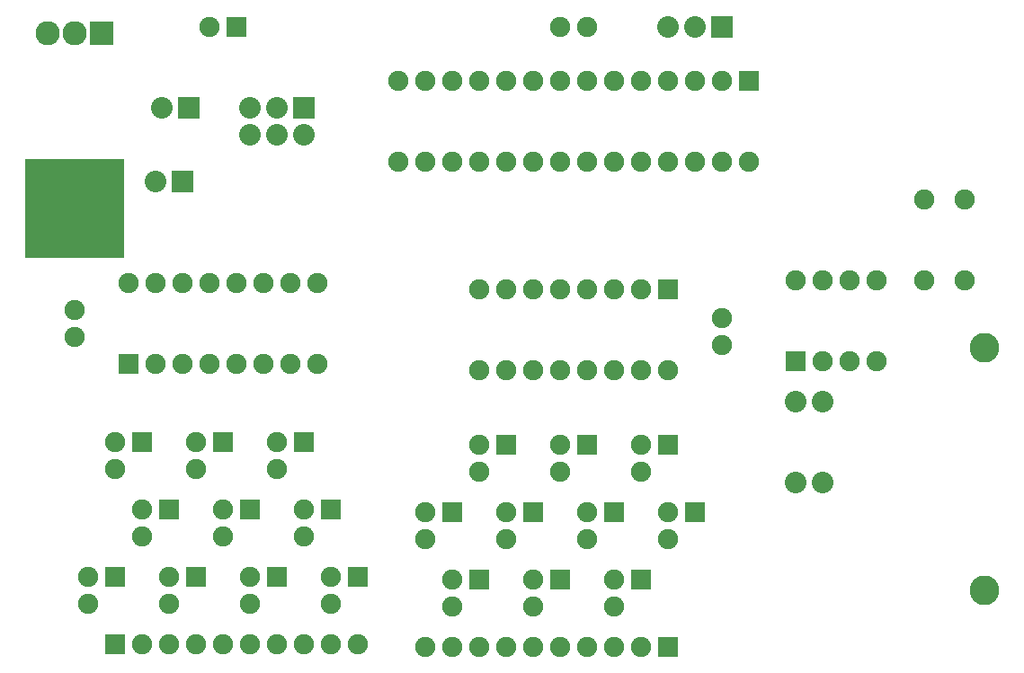
<source format=gts>
G04 (created by PCBNEW-RS274X (2011-05-25)-stable) date Tue 19 Jun 2012 06:54:44 BST*
G01*
G70*
G90*
%MOIN*%
G04 Gerber Fmt 3.4, Leading zero omitted, Abs format*
%FSLAX34Y34*%
G04 APERTURE LIST*
%ADD10C,0.006000*%
%ADD11R,0.075000X0.075000*%
%ADD12C,0.075000*%
%ADD13C,0.080000*%
%ADD14R,0.080000X0.080000*%
%ADD15C,0.110000*%
%ADD16C,0.090000*%
%ADD17R,0.090000X0.090000*%
%ADD18R,0.370000X0.370000*%
G04 APERTURE END LIST*
G54D10*
G54D11*
X25000Y-30000D03*
G54D12*
X24000Y-30000D03*
X24000Y-31000D03*
G54D11*
X15500Y-24900D03*
G54D12*
X14500Y-24900D03*
X14500Y-25900D03*
G54D11*
X16500Y-27400D03*
G54D12*
X15500Y-27400D03*
X15500Y-28400D03*
G54D11*
X20500Y-29900D03*
G54D12*
X19500Y-29900D03*
X19500Y-30900D03*
G54D11*
X19500Y-27400D03*
G54D12*
X18500Y-27400D03*
X18500Y-28400D03*
G54D11*
X18500Y-24900D03*
G54D12*
X17500Y-24900D03*
X17500Y-25900D03*
G54D11*
X17500Y-29900D03*
G54D12*
X16500Y-29900D03*
X16500Y-30900D03*
G54D11*
X27000Y-27500D03*
G54D12*
X26000Y-27500D03*
X26000Y-28500D03*
G54D11*
X26000Y-25000D03*
G54D12*
X25000Y-25000D03*
X25000Y-26000D03*
G54D11*
X14500Y-29900D03*
G54D12*
X13500Y-29900D03*
X13500Y-30900D03*
G54D11*
X24000Y-27500D03*
G54D12*
X23000Y-27500D03*
X23000Y-28500D03*
G54D11*
X28000Y-30000D03*
G54D12*
X27000Y-30000D03*
X27000Y-31000D03*
G54D11*
X29000Y-25000D03*
G54D12*
X28000Y-25000D03*
X28000Y-26000D03*
G54D11*
X30000Y-27500D03*
G54D12*
X29000Y-27500D03*
X29000Y-28500D03*
G54D11*
X31000Y-30000D03*
G54D12*
X30000Y-30000D03*
X30000Y-31000D03*
G54D11*
X32000Y-25000D03*
G54D12*
X31000Y-25000D03*
X31000Y-26000D03*
G54D11*
X33000Y-27500D03*
G54D12*
X32000Y-27500D03*
X32000Y-28500D03*
G54D11*
X12500Y-24900D03*
G54D12*
X11500Y-24900D03*
X11500Y-25900D03*
G54D11*
X11500Y-29900D03*
G54D12*
X10500Y-29900D03*
X10500Y-30900D03*
G54D11*
X13500Y-27400D03*
G54D12*
X12500Y-27400D03*
X12500Y-28400D03*
G54D11*
X11500Y-32400D03*
G54D12*
X12500Y-32400D03*
X13500Y-32400D03*
X14500Y-32400D03*
X15500Y-32400D03*
X16500Y-32400D03*
X17500Y-32400D03*
X18500Y-32400D03*
X19500Y-32400D03*
X20500Y-32400D03*
G54D11*
X32000Y-32500D03*
G54D12*
X31000Y-32500D03*
X30000Y-32500D03*
X29000Y-32500D03*
X28000Y-32500D03*
X27000Y-32500D03*
X26000Y-32500D03*
X25000Y-32500D03*
X24000Y-32500D03*
X23000Y-32500D03*
G54D13*
X37750Y-23400D03*
X36750Y-23400D03*
X37750Y-26400D03*
X36750Y-26400D03*
G54D14*
X18500Y-12500D03*
G54D13*
X18500Y-13500D03*
X17500Y-12500D03*
X17500Y-13500D03*
X16500Y-12500D03*
X16500Y-13500D03*
G54D14*
X34000Y-09500D03*
G54D13*
X33000Y-09500D03*
X32000Y-09500D03*
G54D11*
X36750Y-21900D03*
G54D12*
X37750Y-21900D03*
X38750Y-21900D03*
X39750Y-21900D03*
X39750Y-18900D03*
X38750Y-18900D03*
X37750Y-18900D03*
X36750Y-18900D03*
X34000Y-11500D03*
X33000Y-11500D03*
X32000Y-11500D03*
X31000Y-11500D03*
X30000Y-11500D03*
X29000Y-11500D03*
X28000Y-11500D03*
X27000Y-11500D03*
X26000Y-11500D03*
X25000Y-11500D03*
X24000Y-11500D03*
X23000Y-11500D03*
X22000Y-11500D03*
G54D11*
X35000Y-11500D03*
G54D12*
X22000Y-14500D03*
X23000Y-14500D03*
X24000Y-14500D03*
X25000Y-14500D03*
X26000Y-14500D03*
X27000Y-14500D03*
X28000Y-14500D03*
X29000Y-14500D03*
X30000Y-14500D03*
X31000Y-14500D03*
X32000Y-14500D03*
X33000Y-14500D03*
X34000Y-14500D03*
X35000Y-14500D03*
G54D11*
X32000Y-19250D03*
G54D12*
X31000Y-19250D03*
X30000Y-19250D03*
X29000Y-19250D03*
X28000Y-19250D03*
X27000Y-19250D03*
X26000Y-19250D03*
X25000Y-19250D03*
X25000Y-22250D03*
X26000Y-22250D03*
X27000Y-22250D03*
X28000Y-22250D03*
X29000Y-22250D03*
X30000Y-22250D03*
X31000Y-22250D03*
X32000Y-22250D03*
G54D11*
X12000Y-22000D03*
G54D12*
X13000Y-22000D03*
X14000Y-22000D03*
X15000Y-22000D03*
X16000Y-22000D03*
X17000Y-22000D03*
X18000Y-22000D03*
X19000Y-22000D03*
X19000Y-19000D03*
X18000Y-19000D03*
X17000Y-19000D03*
X16000Y-19000D03*
X15000Y-19000D03*
X14000Y-19000D03*
X13000Y-19000D03*
X12000Y-19000D03*
G54D15*
X43750Y-30400D03*
X43750Y-21400D03*
G54D14*
X14250Y-12500D03*
G54D13*
X13250Y-12500D03*
G54D14*
X14000Y-15250D03*
G54D13*
X13000Y-15250D03*
G54D12*
X29000Y-09500D03*
X28000Y-09500D03*
X34000Y-21300D03*
X34000Y-20300D03*
X10000Y-20000D03*
X10000Y-21000D03*
X43000Y-15900D03*
X43000Y-18900D03*
X41500Y-15900D03*
X41500Y-18900D03*
G54D16*
X09000Y-09750D03*
G54D17*
X11000Y-09750D03*
G54D16*
X10000Y-09750D03*
G54D18*
X10000Y-16250D03*
G54D11*
X16000Y-09500D03*
G54D12*
X15000Y-09500D03*
M02*

</source>
